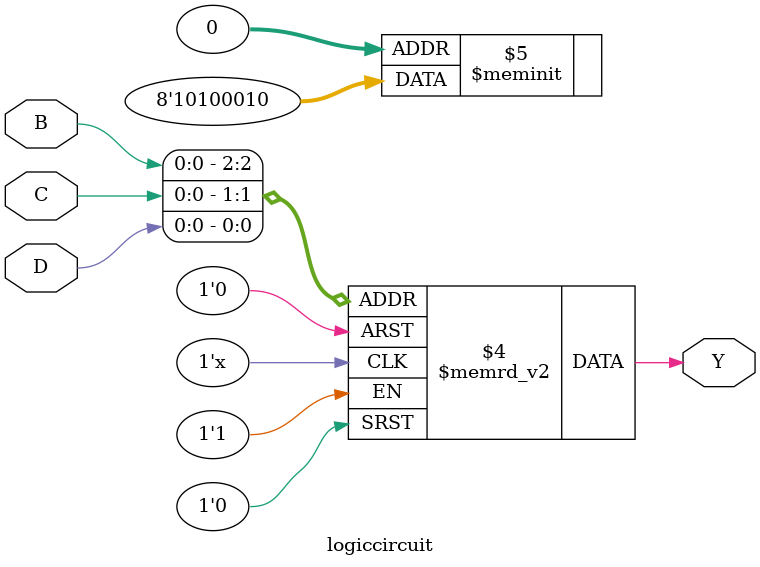
<source format=v>
`timescale 1ns / 1ps

module logiccircuit(B,C,D,Y
    );
	 input B,C,D;
	 output Y;
	 reg Y;
	 always @(B or C or D)
	 case({B,C,D})
		3'b000:Y=0;
		3'b001:Y=1;
		3'b010:Y=0;
		3'b011:Y=0;
		3'b100:Y=0;
		3'b101:Y=1;
		3'b110:Y=0;
		3'b111:Y=1;
endcase

endmodule

</source>
